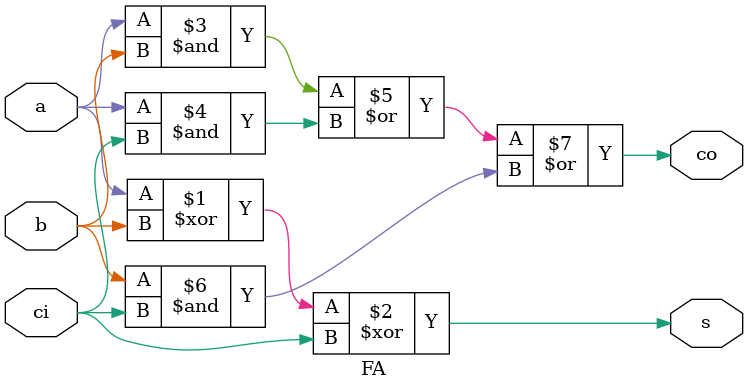
<source format=v>

`timescale 1ns/1ns

module FA(a, b, ci, co, s);
input a, b, ci;
output co, s;

assign s = a ^ b ^ ci;
assign co = (a & b) |(a & ci) | (b & ci);
endmodule
</source>
